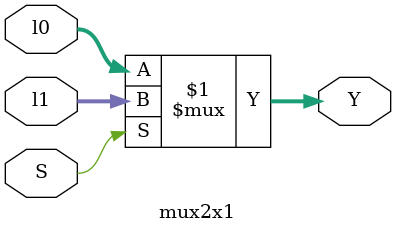
<source format=v>
module mux2x1(Y, S, l1, l0);
	input [3:0]l0;
	input [3:0]l1;
	input S;
	output [3:0]Y;
	
	assign Y = S ? l1 : l0;
	
endmodule
	
</source>
